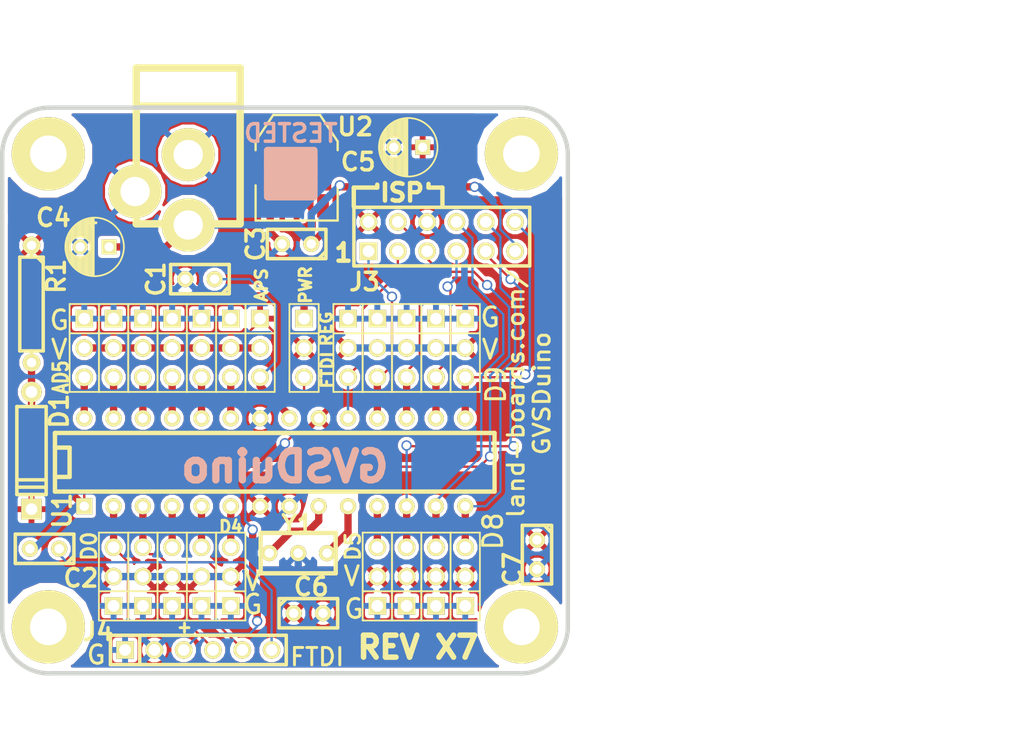
<source format=kicad_pcb>
(kicad_pcb (version 4) (host pcbnew "(after 2015-mar-04 BZR unknown)-product")
  (title_block (date "19 aug 2014"))
  (layers (0 Front signal) (31 Back signal) (36 B.SilkS user hide) (37 F.SilkS user) (38 B.Mask user) (39 F.Mask user) (44 Edge.Cuts user))
  (net 0 "")
  (net 1 +5V)
  (net 2 /AD0)
  (net 3 /AD1)
  (net 4 /AD2)
  (net 5 /AD3)
  (net 6 /AD4)
  (net 7 /AD5)
  (net 8 /AREF)
  (net 9 /D0)
  (net 10 /D1)
  (net 11 /D10)
  (net 12 /D11)
  (net 13 /D12)
  (net 14 /D13)
  (net 15 /D2)
  (net 16 /D3)
  (net 17 /D4)
  (net 18 /D5)
  (net 19 /D6)
  (net 20 /D7)
  (net 21 /D8)
  (net 22 /D9)
  (net 23 /RES0)
  (net 24 /RES1)
  (net 25 /RESET)
  (net 26 /VIN)
  (net 27 /VREG)
  (net 28 GND)
  (net 29 /FTDIRES)
  (net 30 "Net-(J1-Pad3)")
  (net 31 "Net-(K1-Pad2)")
  (module SOT223 (layer Front) (at 115.518 55.212)
    (fp_text reference U2 (at 5.08 -3.556) (layer F.SilkS) (effects (font (thickness 0.3048))))
    (fp_text value AP1117 hide)
    (pad 4 smd rect (at 0 -3.302) (size 3.6576 2.032) (layers Front F.Mask) (net 27 /VREG))
    (pad 2 smd rect (at 0 3.302) (size 1.016 2.032) (layers Front F.Mask) (net 27 /VREG))
    (pad 3 smd rect (at 2.286 3.302) (size 1.016 2.032) (layers Front F.Mask) (net 26 /VIN))
    (pad 1 smd rect (at -2.286 3.302) (size 1.016 2.032) (layers Front F.Mask) (net 28 GND))
  )
  (module C1 (layer Front) (at 115.518 61.816 180)
    (fp_text reference C3 (at 3.556 0 270) (layer F.SilkS) (effects (font (thickness 0.3048))))
    (fp_text value 0.1uF hide)
    (pad 1 thru_hole circle (at -1.27 0 180) (size 1.397 1.397) (drill 0.8128) (layers *.Cu *.Mask F.SilkS) (net 26 /VIN))
    (pad 2 thru_hole circle (at 1.27 0 180) (size 1.397 1.397) (drill 0.8128) (layers *.Cu *.Mask F.SilkS) (net 28 GND))
  )
  (module C1 (layer Front) (at 93.674 88.232 180)
    (fp_text reference C2 (at -3.144 -2.542 180) (layer F.SilkS) (effects (font (thickness 0.3048))))
    (fp_text value 0.1uF hide)
    (pad 1 thru_hole circle (at -1.27 0 180) (size 1.397 1.397) (drill 0.8128) (layers *.Cu *.Mask F.SilkS) (net 29 /FTDIRES))
    (pad 2 thru_hole circle (at 1.27 0 180) (size 1.397 1.397) (drill 0.8128) (layers *.Cu *.Mask F.SilkS) (net 25 /RESET))
  )
  (module C1 (layer Front) (at 107.136 64.864 180)
    (fp_text reference C1 (at 3.81 0 270) (layer F.SilkS) (effects (font (thickness 0.3048))))
    (fp_text value 0.1uF hide)
    (pad 1 thru_hole circle (at -1.27 0 180) (size 1.397 1.397) (drill 0.8128) (layers *.Cu *.Mask F.SilkS) (net 8 /AREF))
    (pad 2 thru_hole circle (at 1.27 0 180) (size 1.397 1.397) (drill 0.8128) (layers *.Cu *.Mask F.SilkS) (net 28 GND))
  )
  (module DIP-28__300 (layer Front) (at 113.622 80.734)
    (fp_text reference U1 (at -18.424 4.196 90) (layer F.SilkS) (effects (font (thickness 0.3048))))
    (fp_text value ATMEGA328-PU hide)
    (pad 2 thru_hole circle (at -13.97 3.81) (size 1.397 1.397) (drill 0.8128) (layers *.Cu *.Mask F.SilkS) (net 9 /D0))
    (pad 3 thru_hole circle (at -11.43 3.81) (size 1.397 1.397) (drill 0.8128) (layers *.Cu *.Mask F.SilkS) (net 10 /D1))
    (pad 4 thru_hole circle (at -8.89 3.81) (size 1.397 1.397) (drill 0.8128) (layers *.Cu *.Mask F.SilkS) (net 15 /D2))
    (pad 5 thru_hole circle (at -6.35 3.81) (size 1.397 1.397) (drill 0.8128) (layers *.Cu *.Mask F.SilkS) (net 16 /D3))
    (pad 6 thru_hole circle (at -3.81 3.81) (size 1.397 1.397) (drill 0.8128) (layers *.Cu *.Mask F.SilkS) (net 17 /D4))
    (pad 7 thru_hole circle (at -1.27 3.81) (size 1.397 1.397) (drill 0.8128) (layers *.Cu *.Mask F.SilkS) (net 1 +5V))
    (pad 8 thru_hole circle (at 1.27 3.81) (size 1.397 1.397) (drill 0.8128) (layers *.Cu *.Mask F.SilkS) (net 28 GND))
    (pad 9 thru_hole circle (at 3.81 3.81) (size 1.397 1.397) (drill 0.8128) (layers *.Cu *.Mask F.SilkS) (net 23 /RES0))
    (pad 10 thru_hole circle (at 6.35 3.81) (size 1.397 1.397) (drill 0.8128) (layers *.Cu *.Mask F.SilkS) (net 24 /RES1))
    (pad 11 thru_hole circle (at 8.89 3.81) (size 1.397 1.397) (drill 0.8128) (layers *.Cu *.Mask F.SilkS) (net 18 /D5))
    (pad 12 thru_hole circle (at 11.43 3.81) (size 1.397 1.397) (drill 0.8128) (layers *.Cu *.Mask F.SilkS) (net 19 /D6))
    (pad 13 thru_hole circle (at 13.97 3.81) (size 1.397 1.397) (drill 0.8128) (layers *.Cu *.Mask F.SilkS) (net 20 /D7))
    (pad 14 thru_hole circle (at 16.51 3.81) (size 1.397 1.397) (drill 0.8128) (layers *.Cu *.Mask F.SilkS) (net 21 /D8))
    (pad 1 thru_hole rect (at -16.51 3.81) (size 1.397 1.397) (drill 0.8128) (layers *.Cu *.Mask F.SilkS) (net 25 /RESET))
    (pad 15 thru_hole circle (at 16.51 -3.81) (size 1.397 1.397) (drill 0.8128) (layers *.Cu *.Mask F.SilkS) (net 22 /D9))
    (pad 16 thru_hole circle (at 13.97 -3.81) (size 1.397 1.397) (drill 0.8128) (layers *.Cu *.Mask F.SilkS) (net 11 /D10))
    (pad 17 thru_hole circle (at 11.43 -3.81) (size 1.397 1.397) (drill 0.8128) (layers *.Cu *.Mask F.SilkS) (net 12 /D11))
    (pad 18 thru_hole circle (at 8.89 -3.81) (size 1.397 1.397) (drill 0.8128) (layers *.Cu *.Mask F.SilkS) (net 13 /D12))
    (pad 19 thru_hole circle (at 6.35 -3.81) (size 1.397 1.397) (drill 0.8128) (layers *.Cu *.Mask F.SilkS) (net 14 /D13))
    (pad 20 thru_hole circle (at 3.81 -3.81) (size 1.397 1.397) (drill 0.8128) (layers *.Cu *.Mask F.SilkS) (net 1 +5V))
    (pad 21 thru_hole circle (at 1.27 -3.81) (size 1.397 1.397) (drill 0.8128) (layers *.Cu *.Mask F.SilkS) (net 8 /AREF))
    (pad 22 thru_hole circle (at -1.27 -3.81) (size 1.397 1.397) (drill 0.8128) (layers *.Cu *.Mask F.SilkS) (net 28 GND))
    (pad 23 thru_hole circle (at -3.81 -3.81) (size 1.397 1.397) (drill 0.8128) (layers *.Cu *.Mask F.SilkS) (net 2 /AD0))
    (pad 24 thru_hole circle (at -6.35 -3.81) (size 1.397 1.397) (drill 0.8128) (layers *.Cu *.Mask F.SilkS) (net 3 /AD1))
    (pad 25 thru_hole circle (at -8.89 -3.81) (size 1.397 1.397) (drill 0.8128) (layers *.Cu *.Mask F.SilkS) (net 4 /AD2))
    (pad 26 thru_hole circle (at -11.43 -3.81) (size 1.397 1.397) (drill 0.8128) (layers *.Cu *.Mask F.SilkS) (net 5 /AD3))
    (pad 27 thru_hole circle (at -13.97 -3.81) (size 1.397 1.397) (drill 0.8128) (layers *.Cu *.Mask F.SilkS) (net 6 /AD4))
    (pad 28 thru_hole circle (at -16.51 -3.81) (size 1.397 1.397) (drill 0.8128) (layers *.Cu *.Mask F.SilkS) (net 7 /AD5))
  )
  (module PIN_ARRAY-6X1 (layer Front) (at 107 97)
    (fp_text reference J4 (at -8.7 -1.6) (layer F.SilkS) (effects (font (thickness 0.3048))))
    (fp_text value CONN_6 hide)
    (pad 1 thru_hole rect (at -6.35 0) (size 1.524 1.524) (drill 1.016) (layers *.Cu *.Mask F.SilkS) (net 28 GND))
    (pad 2 thru_hole circle (at -3.81 0) (size 1.524 1.524) (drill 1.016) (layers *.Cu *.Mask F.SilkS) (net 28 GND))
    (pad 3 thru_hole circle (at -1.27 0) (size 1.524 1.524) (drill 1.016) (layers *.Cu *.Mask F.SilkS) (net 30 "Net-(J1-Pad3)"))
    (pad 4 thru_hole circle (at 1.27 0) (size 1.524 1.524) (drill 1.016) (layers *.Cu *.Mask F.SilkS) (net 9 /D0))
    (pad 5 thru_hole circle (at 3.81 0) (size 1.524 1.524) (drill 1.016) (layers *.Cu *.Mask F.SilkS) (net 10 /D1))
    (pad 6 thru_hole circle (at 6.35 0) (size 1.524 1.524) (drill 1.016) (layers *.Cu *.Mask F.SilkS) (net 29 /FTDIRES))
  )
  (module PIN_ARRAY_3X1 (layer Front) (at 109.812 90.64 90)
    (fp_text reference K11 hide)
    (fp_text value CONN_3 hide)
    (pad 1 thru_hole rect (at -2.54 0 90) (size 1.524 1.524) (drill 1.016) (layers *.Cu *.Mask F.SilkS) (net 28 GND))
    (pad 2 thru_hole circle (at 0 0 90) (size 1.524 1.524) (drill 1.016) (layers *.Cu *.Mask F.SilkS) (net 1 +5V))
    (pad 3 thru_hole circle (at 2.54 0 90) (size 1.524 1.524) (drill 1.016) (layers *.Cu *.Mask F.SilkS) (net 17 /D4))
  )
  (module PIN_ARRAY_3X1 (layer Front) (at 119.972 70.828 270)
    (fp_text reference K20 hide)
    (fp_text value CONN_3 hide)
    (pad 1 thru_hole rect (at -2.54 0 270) (size 1.524 1.524) (drill 1.016) (layers *.Cu *.Mask F.SilkS) (net 28 GND))
    (pad 2 thru_hole circle (at 0 0 270) (size 1.524 1.524) (drill 1.016) (layers *.Cu *.Mask F.SilkS) (net 1 +5V))
    (pad 3 thru_hole circle (at 2.54 0 270) (size 1.524 1.524) (drill 1.016) (layers *.Cu *.Mask F.SilkS) (net 14 /D13))
  )
  (module PIN_ARRAY_3X1 (layer Front) (at 122.512 70.828 270)
    (fp_text reference K19 hide)
    (fp_text value CONN_3 hide)
    (pad 1 thru_hole rect (at -2.54 0 270) (size 1.524 1.524) (drill 1.016) (layers *.Cu *.Mask F.SilkS) (net 28 GND))
    (pad 2 thru_hole circle (at 0 0 270) (size 1.524 1.524) (drill 1.016) (layers *.Cu *.Mask F.SilkS) (net 1 +5V))
    (pad 3 thru_hole circle (at 2.54 0 270) (size 1.524 1.524) (drill 1.016) (layers *.Cu *.Mask F.SilkS) (net 13 /D12))
  )
  (module PIN_ARRAY_3X1 (layer Front) (at 125.052 70.828 270)
    (fp_text reference K18 hide)
    (fp_text value CONN_3 hide)
    (pad 1 thru_hole rect (at -2.54 0 270) (size 1.524 1.524) (drill 1.016) (layers *.Cu *.Mask F.SilkS) (net 28 GND))
    (pad 2 thru_hole circle (at 0 0 270) (size 1.524 1.524) (drill 1.016) (layers *.Cu *.Mask F.SilkS) (net 1 +5V))
    (pad 3 thru_hole circle (at 2.54 0 270) (size 1.524 1.524) (drill 1.016) (layers *.Cu *.Mask F.SilkS) (net 12 /D11))
  )
  (module PIN_ARRAY_3X1 (layer Front) (at 127.592 70.828 270)
    (fp_text reference K17 hide)
    (fp_text value CONN_3 hide)
    (pad 1 thru_hole rect (at -2.54 0 270) (size 1.524 1.524) (drill 1.016) (layers *.Cu *.Mask F.SilkS) (net 28 GND))
    (pad 2 thru_hole circle (at 0 0 270) (size 1.524 1.524) (drill 1.016) (layers *.Cu *.Mask F.SilkS) (net 1 +5V))
    (pad 3 thru_hole circle (at 2.54 0 270) (size 1.524 1.524) (drill 1.016) (layers *.Cu *.Mask F.SilkS) (net 11 /D10))
  )
  (module PIN_ARRAY_3X1 (layer Front) (at 130.132 70.828 270)
    (fp_text reference K16 hide)
    (fp_text value CONN_3 hide)
    (pad 1 thru_hole rect (at -2.54 0 270) (size 1.524 1.524) (drill 1.016) (layers *.Cu *.Mask F.SilkS) (net 28 GND))
    (pad 2 thru_hole circle (at 0 0 270) (size 1.524 1.524) (drill 1.016) (layers *.Cu *.Mask F.SilkS) (net 1 +5V))
    (pad 3 thru_hole circle (at 2.54 0 270) (size 1.524 1.524) (drill 1.016) (layers *.Cu *.Mask F.SilkS) (net 22 /D9))
  )
  (module PIN_ARRAY_3X1 (layer Front) (at 130.132 90.64 90)
    (fp_text reference K15 hide)
    (fp_text value CONN_3 hide)
    (pad 1 thru_hole rect (at -2.54 0 90) (size 1.524 1.524) (drill 1.016) (layers *.Cu *.Mask F.SilkS) (net 28 GND))
    (pad 2 thru_hole circle (at 0 0 90) (size 1.524 1.524) (drill 1.016) (layers *.Cu *.Mask F.SilkS) (net 1 +5V))
    (pad 3 thru_hole circle (at 2.54 0 90) (size 1.524 1.524) (drill 1.016) (layers *.Cu *.Mask F.SilkS) (net 21 /D8))
  )
  (module PIN_ARRAY_3X1 (layer Front) (at 127.592 90.64 90)
    (fp_text reference K14 hide)
    (fp_text value CONN_3 hide)
    (pad 1 thru_hole rect (at -2.54 0 90) (size 1.524 1.524) (drill 1.016) (layers *.Cu *.Mask F.SilkS) (net 28 GND))
    (pad 2 thru_hole circle (at 0 0 90) (size 1.524 1.524) (drill 1.016) (layers *.Cu *.Mask F.SilkS) (net 1 +5V))
    (pad 3 thru_hole circle (at 2.54 0 90) (size 1.524 1.524) (drill 1.016) (layers *.Cu *.Mask F.SilkS) (net 20 /D7))
  )
  (module PIN_ARRAY_3X1 (layer Front) (at 125.052 90.64 90)
    (fp_text reference K13 hide)
    (fp_text value CONN_3 hide)
    (pad 1 thru_hole rect (at -2.54 0 90) (size 1.524 1.524) (drill 1.016) (layers *.Cu *.Mask F.SilkS) (net 28 GND))
    (pad 2 thru_hole circle (at 0 0 90) (size 1.524 1.524) (drill 1.016) (layers *.Cu *.Mask F.SilkS) (net 1 +5V))
    (pad 3 thru_hole circle (at 2.54 0 90) (size 1.524 1.524) (drill 1.016) (layers *.Cu *.Mask F.SilkS) (net 19 /D6))
  )
  (module PIN_ARRAY_3X1 (layer Front) (at 122.512 90.64 90)
    (fp_text reference K12 hide)
    (fp_text value CONN_3 hide)
    (pad 1 thru_hole rect (at -2.54 0 90) (size 1.524 1.524) (drill 1.016) (layers *.Cu *.Mask F.SilkS) (net 28 GND))
    (pad 2 thru_hole circle (at 0 0 90) (size 1.524 1.524) (drill 1.016) (layers *.Cu *.Mask F.SilkS) (net 1 +5V))
    (pad 3 thru_hole circle (at 2.54 0 90) (size 1.524 1.524) (drill 1.016) (layers *.Cu *.Mask F.SilkS) (net 18 /D5))
  )
  (module PIN_ARRAY_3X1 (layer Front) (at 109.812 70.828 270)
    (fp_text reference K1 hide)
    (fp_text value CONN_3 hide)
    (pad 1 thru_hole rect (at -2.54 0 270) (size 1.524 1.524) (drill 1.016) (layers *.Cu *.Mask F.SilkS) (net 28 GND))
    (pad 2 thru_hole circle (at 0 0 270) (size 1.524 1.524) (drill 1.016) (layers *.Cu *.Mask F.SilkS) (net 31 "Net-(K1-Pad2)"))
    (pad 3 thru_hole circle (at 2.54 0 270) (size 1.524 1.524) (drill 1.016) (layers *.Cu *.Mask F.SilkS) (net 2 /AD0))
  )
  (module PIN_ARRAY_3X1 (layer Front) (at 107.272 90.64 90)
    (fp_text reference K10 hide)
    (fp_text value CONN_3 hide)
    (pad 1 thru_hole rect (at -2.54 0 90) (size 1.524 1.524) (drill 1.016) (layers *.Cu *.Mask F.SilkS) (net 28 GND))
    (pad 2 thru_hole circle (at 0 0 90) (size 1.524 1.524) (drill 1.016) (layers *.Cu *.Mask F.SilkS) (net 1 +5V))
    (pad 3 thru_hole circle (at 2.54 0 90) (size 1.524 1.524) (drill 1.016) (layers *.Cu *.Mask F.SilkS) (net 16 /D3))
  )
  (module PIN_ARRAY_3X1 (layer Front) (at 104.732 90.64 90)
    (fp_text reference K9 hide)
    (fp_text value CONN_3 hide)
    (pad 1 thru_hole rect (at -2.54 0 90) (size 1.524 1.524) (drill 1.016) (layers *.Cu *.Mask F.SilkS) (net 28 GND))
    (pad 2 thru_hole circle (at 0 0 90) (size 1.524 1.524) (drill 1.016) (layers *.Cu *.Mask F.SilkS) (net 1 +5V))
    (pad 3 thru_hole circle (at 2.54 0 90) (size 1.524 1.524) (drill 1.016) (layers *.Cu *.Mask F.SilkS) (net 15 /D2))
  )
  (module PIN_ARRAY_3X1 (layer Front) (at 102.192 90.64 90)
    (fp_text reference K8 hide)
    (fp_text value CONN_3 hide)
    (pad 1 thru_hole rect (at -2.54 0 90) (size 1.524 1.524) (drill 1.016) (layers *.Cu *.Mask F.SilkS) (net 28 GND))
    (pad 2 thru_hole circle (at 0 0 90) (size 1.524 1.524) (drill 1.016) (layers *.Cu *.Mask F.SilkS) (net 1 +5V))
    (pad 3 thru_hole circle (at 2.54 0 90) (size 1.524 1.524) (drill 1.016) (layers *.Cu *.Mask F.SilkS) (net 10 /D1))
  )
  (module PIN_ARRAY_3X1 (layer Front) (at 99.652 90.64 90)
    (fp_text reference K7 hide)
    (fp_text value CONN_3 hide)
    (pad 1 thru_hole rect (at -2.54 0 90) (size 1.524 1.524) (drill 1.016) (layers *.Cu *.Mask F.SilkS) (net 28 GND))
    (pad 2 thru_hole circle (at 0 0 90) (size 1.524 1.524) (drill 1.016) (layers *.Cu *.Mask F.SilkS) (net 1 +5V))
    (pad 3 thru_hole circle (at 2.54 0 90) (size 1.524 1.524) (drill 1.016) (layers *.Cu *.Mask F.SilkS) (net 9 /D0))
  )
  (module PIN_ARRAY_3X1 (layer Front) (at 97.112 70.828 270)
    (fp_text reference K6 hide)
    (fp_text value CONN_3 hide)
    (pad 1 thru_hole rect (at -2.54 0 270) (size 1.524 1.524) (drill 1.016) (layers *.Cu *.Mask F.SilkS) (net 28 GND))
    (pad 2 thru_hole circle (at 0 0 270) (size 1.524 1.524) (drill 1.016) (layers *.Cu *.Mask F.SilkS) (net 31 "Net-(K1-Pad2)"))
    (pad 3 thru_hole circle (at 2.54 0 270) (size 1.524 1.524) (drill 1.016) (layers *.Cu *.Mask F.SilkS) (net 7 /AD5))
  )
  (module PIN_ARRAY_3X1 (layer Front) (at 99.652 70.828 270)
    (fp_text reference K5 hide)
    (fp_text value CONN_3 hide)
    (pad 1 thru_hole rect (at -2.54 0 270) (size 1.524 1.524) (drill 1.016) (layers *.Cu *.Mask F.SilkS) (net 28 GND))
    (pad 2 thru_hole circle (at 0 0 270) (size 1.524 1.524) (drill 1.016) (layers *.Cu *.Mask F.SilkS) (net 31 "Net-(K1-Pad2)"))
    (pad 3 thru_hole circle (at 2.54 0 270) (size 1.524 1.524) (drill 1.016) (layers *.Cu *.Mask F.SilkS) (net 6 /AD4))
  )
  (module PIN_ARRAY_3X1 (layer Front) (at 102.192 70.828 270)
    (fp_text reference K4 hide)
    (fp_text value CONN_3 hide)
    (pad 1 thru_hole rect (at -2.54 0 270) (size 1.524 1.524) (drill 1.016) (layers *.Cu *.Mask F.SilkS) (net 28 GND))
    (pad 2 thru_hole circle (at 0 0 270) (size 1.524 1.524) (drill 1.016) (layers *.Cu *.Mask F.SilkS) (net 31 "Net-(K1-Pad2)"))
    (pad 3 thru_hole circle (at 2.54 0 270) (size 1.524 1.524) (drill 1.016) (layers *.Cu *.Mask F.SilkS) (net 5 /AD3))
  )
  (module PIN_ARRAY_3X1 (layer Front) (at 104.732 70.828 270)
    (fp_text reference K3 hide)
    (fp_text value CONN_3 hide)
    (pad 1 thru_hole rect (at -2.54 0 270) (size 1.524 1.524) (drill 1.016) (layers *.Cu *.Mask F.SilkS) (net 28 GND))
    (pad 2 thru_hole circle (at 0 0 270) (size 1.524 1.524) (drill 1.016) (layers *.Cu *.Mask F.SilkS) (net 31 "Net-(K1-Pad2)"))
    (pad 3 thru_hole circle (at 2.54 0 270) (size 1.524 1.524) (drill 1.016) (layers *.Cu *.Mask F.SilkS) (net 4 /AD2))
  )
  (module PIN_ARRAY_3X1 (layer Front) (at 107.272 70.828 270)
    (fp_text reference K2 hide)
    (fp_text value CONN_3 hide)
    (pad 1 thru_hole rect (at -2.54 0 270) (size 1.524 1.524) (drill 1.016) (layers *.Cu *.Mask F.SilkS) (net 28 GND))
    (pad 2 thru_hole circle (at 0 0 270) (size 1.524 1.524) (drill 1.016) (layers *.Cu *.Mask F.SilkS) (net 31 "Net-(K1-Pad2)"))
    (pad 3 thru_hole circle (at 2.54 0 270) (size 1.524 1.524) (drill 1.016) (layers *.Cu *.Mask F.SilkS) (net 3 /AD1))
  )
  (module D4 (layer Front) (at 92.54 79.718 270)
    (fp_text reference D1 (at -3.424 -2.404 270) (layer F.SilkS) (effects (font (thickness 0.3048))))
    (fp_text value 1N4004 hide)
    (pad 1 thru_hole circle (at -5.08 0 270) (size 1.778 1.778) (drill 1.016) (layers *.Cu *.Mask F.SilkS) (net 25 /RESET))
    (pad 2 thru_hole rect (at 5.08 0 270) (size 1.778 1.778) (drill 1.016) (layers *.Cu *.Mask F.SilkS) (net 1 +5V))
  )
  (module R4 (layer Front) (at 92.54 67.018 270)
    (fp_text reference R1 (at -2.408 -2.15 270) (layer F.SilkS) (effects (font (thickness 0.3048))))
    (fp_text value 10K hide)
    (pad 1 thru_hole circle (at -5.08 0 270) (size 1.524 1.524) (drill 0.8128) (layers *.Cu *.Mask F.SilkS) (net 1 +5V))
    (pad 2 thru_hole circle (at 5.08 0 270) (size 1.524 1.524) (drill 0.8128) (layers *.Cu *.Mask F.SilkS) (net 25 /RESET))
  )
  (module PIN_ARRAY_3X1 (layer Front) (at 112.352 70.828 270)
    (fp_text reference K21 hide)
    (fp_text value CONN_3 hide)
    (pad 1 thru_hole rect (at -2.54 0 270) (size 1.524 1.524) (drill 1.016) (layers *.Cu *.Mask F.SilkS) (net 1 +5V))
    (pad 2 thru_hole circle (at 0 0 270) (size 1.524 1.524) (drill 1.016) (layers *.Cu *.Mask F.SilkS) (net 31 "Net-(K1-Pad2)"))
    (pad 3 thru_hole circle (at 2.54 0 270) (size 1.524 1.524) (drill 1.016) (layers *.Cu *.Mask F.SilkS) (net 8 /AREF))
  )
  (module PIN_ARRAY_3X1 (layer Front) (at 116.162 70.828 270)
    (fp_text reference J1 hide)
    (fp_text value CONN_3 hide)
    (pad 1 thru_hole rect (at -2.54 0 270) (size 1.524 1.524) (drill 1.016) (layers *.Cu *.Mask F.SilkS) (net 27 /VREG))
    (pad 2 thru_hole circle (at 0 0 270) (size 1.524 1.524) (drill 1.016) (layers *.Cu *.Mask F.SilkS) (net 1 +5V))
    (pad 3 thru_hole circle (at 2.54 0 270) (size 1.524 1.524) (drill 1.016) (layers *.Cu *.Mask F.SilkS) (net 30 "Net-(J1-Pad3)"))
  )
  (module RESON_3PIN (layer Front) (at 115.654 88.608 270)
    (fp_text reference Y1 (at -2.49936 0.0508 360) (layer F.SilkS) (effects (font (thickness 0.3048))))
    (fp_text value 16MHz hide)
    (pad 3 thru_hole circle (at 0 -2.49936) (size 1.397 1.397) (drill 0.8128) (layers *.Cu *.Mask F.SilkS) (net 24 /RES1))
    (pad 1 thru_hole circle (at 0 2.49936) (size 1.397 1.397) (drill 0.8128) (layers *.Cu *.Mask F.SilkS) (net 23 /RES0))
    (pad 2 thru_hole circle (at 0 0) (size 1.397 1.397) (drill 0.8128) (layers *.Cu *.Mask F.SilkS) (net 28 GND))
  )
  (module pin_array_6x2 (layer Front) (at 128.1 61.176)
    (fp_text reference J3 (at -6.7 3.924) (layer F.SilkS) (effects (font (thickness 0.3048))))
    (fp_text value CONN_6X2 hide)
    (pad 1 thru_hole rect (at -6.35 1.27) (size 1.524 1.524) (drill 1.016) (layers *.Cu *.Mask F.SilkS) (net 13 /D12))
    (pad 2 thru_hole circle (at -6.35 -1.27) (size 1.524 1.524) (drill 1.016) (layers *.Cu *.Mask F.SilkS) (net 1 +5V))
    (pad 3 thru_hole circle (at -3.81 1.27) (size 1.524 1.524) (drill 1.016) (layers *.Cu *.Mask F.SilkS) (net 14 /D13))
    (pad 4 thru_hole circle (at -3.81 -1.27) (size 1.524 1.524) (drill 1.016) (layers *.Cu *.Mask F.SilkS) (net 12 /D11))
    (pad 5 thru_hole circle (at -1.27 1.27) (size 1.524 1.524) (drill 1.016) (layers *.Cu *.Mask F.SilkS) (net 25 /RESET))
    (pad 6 thru_hole circle (at -1.27 -1.27) (size 1.524 1.524) (drill 1.016) (layers *.Cu *.Mask F.SilkS) (net 28 GND))
    (pad 7 thru_hole circle (at 1.27 1.27) (size 1.524 1.524) (drill 1.016) (layers *.Cu *.Mask F.SilkS) (net 11 /D10))
    (pad 8 thru_hole circle (at 1.27 -1.27) (size 1.524 1.524) (drill 1.016) (layers *.Cu *.Mask F.SilkS) (net 20 /D7))
    (pad 9 thru_hole circle (at 3.81 1.27) (size 1.524 1.524) (drill 1.016) (layers *.Cu *.Mask F.SilkS) (net 19 /D6))
    (pad 10 thru_hole circle (at 3.81 -1.27) (size 1.524 1.524) (drill 1.016) (layers *.Cu *.Mask F.SilkS) (net 21 /D8))
    (pad 11 thru_hole circle (at 6.35 1.27) (size 1.524 1.524) (drill 1.016) (layers *.Cu *.Mask F.SilkS) (net 26 /VIN))
    (pad 12 thru_hole circle (at 6.35 -1.27) (size 1.524 1.524) (drill 1.016) (layers *.Cu *.Mask F.SilkS) (net 22 /D9))
  )
  (module C1 (layer Front) (at 116.534 93.82)
    (fp_text reference C6 (at 0.254 -2.286) (layer F.SilkS) (effects (font (thickness 0.3048))))
    (fp_text value 0.1uF hide)
    (pad 1 thru_hole circle (at -1.27 0) (size 1.397 1.397) (drill 0.8128) (layers *.Cu *.Mask F.SilkS) (net 1 +5V))
    (pad 2 thru_hole circle (at 1.27 0) (size 1.397 1.397) (drill 0.8128) (layers *.Cu *.Mask F.SilkS) (net 28 GND))
  )
  (module C1 (layer Front) (at 136.346 88.74 270)
    (fp_text reference C7 (at 1.27 2.0955 270) (layer F.SilkS) (effects (font (thickness 0.3048))))
    (fp_text value 0.1uF hide)
    (pad 1 thru_hole circle (at -1.27 0 270) (size 1.397 1.397) (drill 0.8128) (layers *.Cu *.Mask F.SilkS) (net 1 +5V))
    (pad 2 thru_hole circle (at 1.27 0 270) (size 1.397 1.397) (drill 0.8128) (layers *.Cu *.Mask F.SilkS) (net 28 GND))
  )
  (module MTG-4-40 (layer Front) (at 94 54)
    (fp_text reference MTG1 hide)
    (fp_text value CONN_1 hide)
    (pad 1 thru_hole circle (at 0 0) (size 6.35 6.35) (drill 3.175) (layers *.Cu *.Mask F.SilkS) (clearance 0.635))
  )
  (module MTG-4-40 (layer Front) (at 135 54)
    (fp_text reference MTG2 hide)
    (fp_text value CONN_1 hide)
    (pad 1 thru_hole circle (at 0 0) (size 6.35 6.35) (drill 3.175) (layers *.Cu *.Mask F.SilkS) (clearance 0.635))
  )
  (module MTG-4-40 (layer Front) (at 135 95)
    (fp_text reference MTG4 hide)
    (fp_text value CONN_1 hide)
    (pad 1 thru_hole circle (at 0 0) (size 6.35 6.35) (drill 3.175) (layers *.Cu *.Mask F.SilkS) (clearance 0.635))
  )
  (module MTG-4-40 (layer Front) (at 94 95)
    (fp_text reference MTG3 hide)
    (fp_text value CONN_1 hide)
    (pad 1 thru_hole circle (at 0 0) (size 6.35 6.35) (drill 3.175) (layers *.Cu *.Mask F.SilkS) (clearance 0.635))
  )
  (module DougsNewMods:TEST_BLK-REAR (layer Front) (at 115.01 55.72)
    (fp_text reference TESTED (at 0 -3.5) (layer B.SilkS) (effects (font (thickness 0.3048)) (justify mirror)))
    (fp_text value VAL** hide)
  )
  (module Capacitors_ThroughHole:C_Radial_D5_L11_P2.5 (layer Front) (at 99.262 62.07 180)
    (fp_text reference C4 (at 4.826 2.54 180) (layer F.SilkS) (effects (font (thickness 0.3048))))
    (fp_text value CP1 hide)
    (pad 1 thru_hole rect (at 0 0 180) (size 1.3 1.3) (drill 0.8) (layers *.Cu *.Mask F.SilkS) (net 26 /VIN))
    (pad 2 thru_hole circle (at 2.5 0 180) (size 1.3 1.3) (drill 0.8) (layers *.Cu *.Mask F.SilkS) (net 28 GND))
  )
  (module Capacitors_ThroughHole:C_Radial_D5_L11_P2.5 (layer Front) (at 126.44 53.434 180)
    (fp_text reference C5 (at 5.588 -1.27 180) (layer F.SilkS) (effects (font (thickness 0.3048))))
    (fp_text value CP1 hide)
    (pad 1 thru_hole rect (at 0 0 180) (size 1.3 1.3) (drill 0.8) (layers *.Cu *.Mask F.SilkS) (net 27 /VREG))
    (pad 2 thru_hole circle (at 2.5 0 180) (size 1.3 1.3) (drill 0.8) (layers *.Cu *.Mask F.SilkS) (net 28 GND))
  )
  (module DougsNewMods:DCJ-NEW (layer Front) (at 106.12 54.069 270)
    (fp_text reference J2 hide)
    (fp_text value DCJ0202 hide)
    (pad 2 thru_hole circle (at 0 0 270) (size 4.6 4.6) (drill 2.54) (layers *.Cu *.Mask F.SilkS) (net 28 GND))
    (pad 1 thru_hole circle (at 6.1 0 270) (size 4.6 4.6) (drill 2.54) (layers *.Cu *.Mask F.SilkS) (net 26 /VIN))
    (pad 3 thru_hole circle (at 3.2 4.6 270) (size 4.6 4.6) (drill 2.54) (layers *.Cu *.Mask F.SilkS) (net 28 GND))
  )
  (gr_text V (at 111.708 91.026) (layer F.SilkS) (effects (font (size 1.651 1.651) (thickness 0.254))))
  (gr_text G (at 111.708 93.058) (layer F.SilkS) (effects (font (size 1.651 1.651) (thickness 0.254))))
  (gr_text V (at 94.944 70.96) (layer F.SilkS) (effects (font (size 1.651 1.651) (thickness 0.254))))
  (gr_text G (at 94.944 68.42) (layer F.SilkS) (effects (font (size 1.651 1.651) (thickness 0.254))))
  (gr_text V (at 132.282 70.96) (layer F.SilkS) (effects (font (size 1.651 1.651) (thickness 0.254))))
  (gr_text G (at 132.282 68.166) (layer F.SilkS) (effects (font (size 1.651 1.651) (thickness 0.254))))
  (gr_text PWR (at 116.289 65.367 90) (layer F.SilkS) (effects (font (size 1.016 1.016) (thickness 0.254))))
  (gr_text 1 (at 119.582 62.578) (layer F.SilkS) (effects (font (thickness 0.381))))
  (gr_line (start 122.503 56.736) (end 122.503 56.6725) (angle 90) (layer F.SilkS) (width 0.381))
  (gr_line (start 126.948 56.9265) (end 126.948 56.609) (angle 90) (layer F.SilkS) (width 0.381))
  (gr_line (start 128.1545 56.9265) (end 126.948 56.9265) (angle 90) (layer F.SilkS) (width 0.381))
  (gr_line (start 128.1545 58.5775) (end 128.1545 56.9265) (angle 90) (layer F.SilkS) (width 0.381))
  (gr_line (start 122.503 56.9265) (end 122.503 56.7995) (angle 90) (layer F.SilkS) (width 0.381))
  (gr_line (start 120.471 56.9265) (end 122.503 56.9265) (angle 90) (layer F.SilkS) (width 0.381))
  (gr_line (start 120.471 58.5775) (end 120.471 56.9265) (angle 90) (layer F.SilkS) (width 0.381))
  (gr_text APS (at 112.47 65.372 90) (layer F.SilkS) (effects (font (size 1.016 1.016) (thickness 0.254))))
  (gr_text GVSDuino (at 114.502 81.12) (layer B.SilkS) (effects (font (size 2.54 2.54) (thickness 0.635)) (justify mirror)))
  (gr_text "REV X7" (at 126.0336 96.7664) (layer F.SilkS) (effects (font (size 1.905 1.905) (thickness 0.47625))))
  (gr_text ISP (at 124.662 57.371) (layer F.SilkS) (effects (font (thickness 0.381))))
  (gr_text + (at 97.738 59.911) (layer F.SilkS) (effects (font (size 1.016 1.016) (thickness 0.254))))
  (gr_text V (at 120.3 90.6) (layer F.SilkS) (effects (font (size 1.651 1.651) (thickness 0.254))))
  (gr_text D8 (at 132.536 86.708 90) (layer F.SilkS) (effects (font (size 1.651 1.651) (thickness 0.254))))
  (gr_text "land-boards.com/\nGVSDuino" (at 135.6475 74.77 90) (layer F.SilkS) (effects (font (size 1.397 1.524) (thickness 0.254))))
  (gr_text FTDI (at 118.194 72.733 90) (layer F.SilkS) (effects (font (size 1.016 1.016) (thickness 0.254))))
  (gr_text REG (at 118.067 69.177 90) (layer F.SilkS) (effects (font (size 1.016 1.016) (thickness 0.254))))
  (gr_line (start 134.704 99.022) (end 94.318 99.022) (angle 90) (layer Edge.Cuts) (width 0.381))
  (gr_line (start 139.022 54.064) (end 139.022 95.212) (angle 90) (layer Edge.Cuts) (width 0.381))
  (gr_line (start 94.064 50) (end 134.958 50) (angle 90) (layer Edge.Cuts) (width 0.381))
  (gr_line (start 90 95.212) (end 90 54.064) (angle 90) (layer Edge.Cuts) (width 0.381))
  (gr_arc (start 94.064 94.958) (end 94.318 99.022) (angle 90) (layer Edge.Cuts) (width 0.381))
  (gr_arc (start 134.958 94.958) (end 139.022 95.212) (angle 90) (layer Edge.Cuts) (width 0.381))
  (gr_arc (start 134.958 54.064) (end 134.958 50) (angle 90) (layer Edge.Cuts) (width 0.381))
  (gr_arc (start 94.064 54.064) (end 90 54.064) (angle 90) (layer Edge.Cuts) (width 0.381))
  (gr_text D4 (at 109.812 86.322) (layer F.SilkS) (effects (font (size 1.016 1.016) (thickness 0.254))))
  (gr_text G (at 98.1444 97.4268) (layer F.SilkS) (effects (font (size 1.6 1.6) (thickness 0.254))))
  (gr_text D5 (at 120.396 88.011 90) (layer F.SilkS) (effects (font (size 1.27 1.27) (thickness 0.254))))
  (gr_text + (at 105.8 95) (layer F.SilkS) (effects (font (size 1.016 1.016) (thickness 0.254))))
  (gr_text G (at 120.48 93.434) (layer F.SilkS) (effects (font (size 1.651 1.651) (thickness 0.254))))
  (gr_text D0 (at 97.536 88.011 90) (layer F.SilkS) (effects (font (size 1.27 1.27) (thickness 0.254))))
  (gr_text D9 (at 132.79 74.008 90) (layer F.SilkS) (effects (font (size 1.651 1.651) (thickness 0.254))))
  (gr_text AD5 (at 95.08 73.368 90) (layer F.SilkS) (effects (font (size 1.27 1.016) (thickness 0.254))))
  (gr_text FTDI (at 117.296 97.6046) (layer F.SilkS) (effects (font (size 1.5 1.5) (thickness 0.254))))
  (segment (start 112.352 68.288) (end 112.4015 68.288) (width 0.2032) (layer Front) (net 1))
  (segment (start 112.4015 68.288) (end 113.74 69.6265) (width 0.2032) (layer Front) (net 1))
  (segment (start 112.352 68.288) (end 112.352 68.4745) (width 0.2032) (layer Front) (net 1))
  (segment (start 112.352 68.4745) (end 111.2 69.6265) (width 0.2032) (layer Front) (net 1))
  (segment (start 99.652 90.64) (end 102.192 90.64) (width 0.635) (layer Back) (net 1))
  (segment (start 102.192 90.64) (end 104.732 90.64) (width 0.635) (layer Back) (net 1))
  (segment (start 104.732 90.64) (end 107.272 90.64) (width 0.635) (layer Back) (net 1))
  (segment (start 107.272 90.64) (end 109.812 90.64) (width 0.635) (layer Back) (net 1))
  (segment (start 130.132 70.828) (end 127.592 70.828) (width 0.635) (layer Back) (net 1))
  (segment (start 127.592 70.828) (end 125.052 70.828) (width 0.635) (layer Back) (net 1))
  (segment (start 125.052 70.828) (end 122.512 70.828) (width 0.635) (layer Back) (net 1))
  (segment (start 122.512 70.828) (end 119.972 70.828) (width 0.635) (layer Back) (net 1))
  (segment (start 109.812 76.924) (end 109.812 73.368) (width 0.635) (layer Front) (net 2))
  (segment (start 107.272 76.924) (end 107.272 73.368) (width 0.635) (layer Front) (net 3))
  (segment (start 104.732 76.924) (end 104.732 73.368) (width 0.635) (layer Front) (net 4))
  (segment (start 102.192 76.924) (end 102.192 73.368) (width 0.635) (layer Front) (net 5))
  (segment (start 99.652 76.924) (end 99.652 73.368) (width 0.635) (layer Front) (net 6))
  (segment (start 97.112 76.924) (end 97.112 73.368) (width 0.635) (layer Front) (net 7))
  (segment (start 112.352 73.368) (end 112.352 73.364) (width 0.2032) (layer Back) (net 8))
  (segment (start 111.454 64.864) (end 108.406 64.864) (width 0.2032) (layer Back) (net 8))
  (segment (start 113.74 67.15) (end 111.454 64.864) (width 0.2032) (layer Back) (net 8))
  (segment (start 113.74 71.976) (end 113.74 67.15) (width 0.2032) (layer Back) (net 8))
  (segment (start 112.352 73.364) (end 113.74 71.976) (width 0.2032) (layer Back) (net 8))
  (segment (start 114.892 76.924) (end 114.892 76.684) (width 0.635) (layer Front) (net 8))
  (segment (start 112.352 74.144) (end 112.352 73.368) (width 0.635) (layer Front) (net 8))
  (segment (start 114.892 76.684) (end 112.352 74.144) (width 0.635) (layer Front) (net 8))
  (segment (start 99.652 88.1) (end 99.652 84.544) (width 0.635) (layer Front) (net 9))
  (segment (start 108.27 97) (end 108.27 96.87) (width 0.2032) (layer Front) (net 9))
  (segment (start 100.9 89.348) (end 99.652 88.1) (width 0.2032) (layer Front) (net 9))
  (segment (start 100.9 94.4) (end 100.9 89.348) (width 0.2032) (layer Front) (net 9))
  (segment (start 101.7 95.2) (end 100.9 94.4) (width 0.2032) (layer Front) (net 9))
  (segment (start 106.6 95.2) (end 101.7 95.2) (width 0.2032) (layer Front) (net 9))
  (segment (start 108.27 96.87) (end 106.6 95.2) (width 0.2032) (layer Front) (net 9))
  (segment (start 102.192 88.1) (end 102.192 84.544) (width 0.635) (layer Front) (net 10))
  (segment (start 110.81 97) (end 110.81 96.91) (width 0.2032) (layer Front) (net 10))
  (segment (start 102.792 88.7) (end 102.192 88.1) (width 0.2032) (layer Front) (net 10))
  (segment (start 103.5 88.7) (end 102.792 88.7) (width 0.2032) (layer Front) (net 10))
  (segment (start 104.2 89.4) (end 103.5 88.7) (width 0.2032) (layer Front) (net 10))
  (segment (start 107.9 89.4) (end 104.2 89.4) (width 0.2032) (layer Front) (net 10))
  (segment (start 108.5 90) (end 107.9 89.4) (width 0.2032) (layer Front) (net 10))
  (segment (start 108.5 94.6) (end 108.5 90) (width 0.2032) (layer Front) (net 10))
  (segment (start 110.81 96.91) (end 108.5 94.6) (width 0.2032) (layer Front) (net 10))
  (segment (start 127.592 73.368) (end 127.592 72.983) (width 0.2032) (layer Front) (net 11))
  (segment (start 129.37 64.728) (end 129.37 62.446) (width 0.2032) (layer Back) (net 11))
  (segment (start 128.599 65.499) (end 129.37 64.728) (width 0.2032) (layer Back) (net 11))
  (via (at 128.599 65.499) (size 0.889) (layers Front Back) (net 11))
  (segment (start 128.853 65.753) (end 128.599 65.499) (width 0.2032) (layer Front) (net 11))
  (segment (start 128.853 71.722) (end 128.853 65.753) (width 0.2032) (layer Front) (net 11))
  (segment (start 127.592 72.983) (end 128.853 71.722) (width 0.2032) (layer Front) (net 11))
  (segment (start 127.592 73.368) (end 127.592 76.924) (width 0.635) (layer Front) (net 11))
  (segment (start 125.56 62.832) (end 125.56 65.254) (width 0.2032) (layer Front) (net 12))
  (segment (start 125.56 65.254) (end 126.195 65.889) (width 0.2032) (layer Front) (net 12))
  (segment (start 125.052 73.368) (end 125.052 76.924) (width 0.635) (layer Front) (net 12))
  (segment (start 125.052 73.368) (end 125.052 72.86) (width 0.2032) (layer Front) (net 12))
  (segment (start 126.195 71.717) (end 126.195 65.889) (width 0.2032) (layer Front) (net 12))
  (segment (start 125.052 72.86) (end 126.195 71.717) (width 0.2032) (layer Front) (net 12))
  (segment (start 125.56 61.176) (end 124.29 59.906) (width 0.2032) (layer Front) (net 12))
  (segment (start 125.56 62.832) (end 125.56 61.176) (width 0.2032) (layer Front) (net 12))
  (segment (start 122.512 73.368) (end 122.512 76.924) (width 0.635) (layer Front) (net 13))
  (segment (start 122.512 73.368) (end 122.766 73.368) (width 0.2032) (layer Front) (net 13))
  (segment (start 121.75 64.351) (end 121.75 62.446) (width 0.2032) (layer Back) (net 13))
  (segment (start 123.782 66.383) (end 121.75 64.351) (width 0.2032) (layer Back) (net 13))
  (via (at 123.782 66.383) (size 0.889) (layers Front Back) (net 13))
  (segment (start 123.782 72.352) (end 123.782 66.383) (width 0.2032) (layer Front) (net 13))
  (segment (start 122.766 73.368) (end 123.782 72.352) (width 0.2032) (layer Front) (net 13))
  (segment (start 121.242 68.547) (end 121.242 67.4585) (width 0.2032) (layer Front) (net 14))
  (segment (start 124.29 64.4105) (end 124.29 62.446) (width 0.2032) (layer Front) (net 14))
  (segment (start 121.242 67.4585) (end 124.29 64.4105) (width 0.2032) (layer Front) (net 14))
  (segment (start 119.972 73.368) (end 119.972 73.241) (width 0.2032) (layer Front) (net 14))
  (segment (start 119.972 73.241) (end 121.242 71.971) (width 0.2032) (layer Front) (net 14))
  (segment (start 121.242 71.971) (end 121.242 68.547) (width 0.2032) (layer Front) (net 14))
  (segment (start 119.972 73.368) (end 119.972 76.924) (width 0.2032) (layer Back) (net 14))
  (segment (start 104.732 88.1) (end 104.732 84.544) (width 0.635) (layer Front) (net 15))
  (segment (start 107.272 88.1) (end 107.272 84.544) (width 0.635) (layer Front) (net 16))
  (segment (start 109.812 88.1) (end 109.812 84.544) (width 0.635) (layer Front) (net 17))
  (segment (start 122.512 84.544) (end 122.512 88.1) (width 0.635) (layer Front) (net 18))
  (segment (start 125.052 84.544) (end 125.052 79.2875) (width 0.2032) (layer Back) (net 19))
  (segment (start 125.1065 79.342) (end 134.314 79.342) (width 0.2032) (layer Front) (net 19))
  (segment (start 125.043 79.2785) (end 125.1065 79.342) (width 0.2032) (layer Front) (net 19))
  (via (at 125.043 79.2785) (size 0.889) (layers Front Back) (net 19))
  (segment (start 125.052 79.2875) (end 125.043 79.2785) (width 0.2032) (layer Back) (net 19))
  (segment (start 134.06 75.024) (end 134.06 72.865) (width 0.2032) (layer Back) (net 19))
  (via (at 134.314 79.342) (size 0.889) (layers Front Back) (net 19))
  (segment (start 134.314 79.342) (end 134.06 79.088) (width 0.2032) (layer Back) (net 19))
  (segment (start 134.06 79.088) (end 134.06 75.024) (width 0.2032) (layer Back) (net 19))
  (segment (start 134.06 64.864) (end 131.91 62.714) (width 0.2032) (layer Front) (net 19))
  (via (at 134.06 64.864) (size 0.889) (layers Front Back) (net 19))
  (segment (start 131.91 62.714) (end 131.91 62.446) (width 0.2032) (layer Front) (net 19))
  (segment (start 134.949 65.88) (end 134.949 65.753) (width 0.2032) (layer Back) (net 19))
  (segment (start 134.949 65.753) (end 134.06 64.864) (width 0.2032) (layer Back) (net 19))
  (segment (start 134.949 69.817) (end 134.949 65.88) (width 0.2032) (layer Back) (net 19))
  (segment (start 134.06 72.865) (end 134.949 71.976) (width 0.2032) (layer Back) (net 19))
  (segment (start 134.949 71.976) (end 134.949 69.817) (width 0.2032) (layer Back) (net 19))
  (segment (start 125.052 84.544) (end 125.052 88.1) (width 0.635) (layer Front) (net 19))
  (segment (start 127.592 84.544) (end 127.592 84.0955) (width 0.2032) (layer Back) (net 20))
  (segment (start 131.52 80.1675) (end 131.52 73.246) (width 0.2032) (layer Back) (net 20))
  (segment (start 127.592 84.0955) (end 131.52 80.1675) (width 0.2032) (layer Back) (net 20))
  (segment (start 130.758 61.308) (end 130.758 65.245) (width 0.2032) (layer Back) (net 20))
  (segment (start 129.37 59.92) (end 130.758 61.308) (width 0.2032) (layer Back) (net 20))
  (segment (start 129.37 59.906) (end 129.37 59.92) (width 0.2032) (layer Back) (net 20))
  (segment (start 131.52 73.246) (end 133.425 71.341) (width 0.2032) (layer Back) (net 20))
  (segment (start 133.425 71.341) (end 133.425 67.912) (width 0.2032) (layer Back) (net 20))
  (segment (start 133.425 67.912) (end 130.758 65.245) (width 0.2032) (layer Back) (net 20))
  (segment (start 127.592 84.544) (end 127.592 88.1) (width 0.635) (layer Front) (net 20))
  (segment (start 133.18 82.8345) (end 133.18 83.27) (width 0.2032) (layer Back) (net 21))
  (segment (start 131.906 84.544) (end 130.132 84.544) (width 0.2032) (layer Back) (net 21))
  (segment (start 133.18 83.27) (end 131.906 84.544) (width 0.2032) (layer Back) (net 21))
  (segment (start 133.18 74.643) (end 133.18 72.983) (width 0.2032) (layer Back) (net 21))
  (segment (start 134.441 66.896) (end 133.18 65.635) (width 0.2032) (layer Back) (net 21))
  (segment (start 134.441 71.722) (end 134.441 66.896) (width 0.2032) (layer Back) (net 21))
  (segment (start 133.18 72.983) (end 134.441 71.722) (width 0.2032) (layer Back) (net 21))
  (segment (start 130.132 84.544) (end 130.132 88.1) (width 0.635) (layer Front) (net 21))
  (segment (start 133.18 61.176) (end 131.91 59.906) (width 0.2032) (layer Back) (net 21))
  (segment (start 133.18 82.8345) (end 133.18 74.643) (width 0.2032) (layer Back) (net 21))
  (segment (start 133.18 65.635) (end 133.18 61.176) (width 0.2032) (layer Back) (net 21))
  (segment (start 130.132 73.368) (end 130.132 76.924) (width 0.635) (layer Front) (net 22))
  (segment (start 130.132 73.368) (end 135.085 73.368) (width 0.2032) (layer Front) (net 22))
  (segment (start 135.72 61.176) (end 134.45 59.906) (width 0.2032) (layer Back) (net 22))
  (segment (start 135.72 72.733) (end 135.72 61.176) (width 0.2032) (layer Back) (net 22))
  (segment (start 135.339 73.114) (end 135.72 72.733) (width 0.2032) (layer Back) (net 22))
  (via (at 135.339 73.114) (size 0.889) (layers Front Back) (net 22))
  (segment (start 135.085 73.368) (end 135.339 73.114) (width 0.2032) (layer Front) (net 22))
  (segment (start 117.432 84.544) (end 117.432 85.81) (width 0.635) (layer Front) (net 23))
  (segment (start 115.05464 86.708) (end 113.15464 88.608) (width 0.635) (layer Front) (net 23))
  (segment (start 116.534 86.708) (end 115.05464 86.708) (width 0.635) (layer Front) (net 23))
  (segment (start 117.432 85.81) (end 116.534 86.708) (width 0.635) (layer Front) (net 23))
  (segment (start 119.972 84.544) (end 119.972 86.78936) (width 0.635) (layer Front) (net 24))
  (segment (start 119.972 86.78936) (end 118.15336 88.608) (width 0.635) (layer Front) (net 24))
  (segment (start 113.3 81.12) (end 99.28 81.12) (width 0.2032) (layer Front) (net 25))
  (segment (start 97.112 83.288) (end 97.112 84.544) (width 0.2032) (layer Front) (net 25))
  (segment (start 99.28 81.12) (end 97.112 83.288) (width 0.2032) (layer Front) (net 25))
  (segment (start 126.83 62.446) (end 126.83 63.095) (width 0.2032) (layer Front) (net 25))
  (segment (start 130.885 64.229) (end 132.028 65.372) (width 0.2032) (layer Front) (net 25))
  (segment (start 127.964 64.229) (end 130.885 64.229) (width 0.2032) (layer Front) (net 25))
  (segment (start 126.83 63.095) (end 127.964 64.229) (width 0.2032) (layer Front) (net 25))
  (segment (start 131.393 81.12) (end 132.282 80.231) (width 0.2032) (layer Front) (net 25))
  (segment (start 113.3 81.12) (end 131.393 81.12) (width 0.2032) (layer Front) (net 25))
  (segment (start 132.282 74.897) (end 132.282 73.220598) (width 0.2032) (layer Back) (net 25))
  (via (at 132.282 80.231) (size 0.889) (layers Front Back) (net 25))
  (segment (start 132.282 80.231) (end 132.282 75.278) (width 0.2032) (layer Back) (net 25))
  (via (at 132.028 65.372) (size 0.889) (layers Front Back) (net 25))
  (segment (start 132.282 75.278) (end 132.282 74.897) (width 0.2032) (layer Back) (net 25))
  (segment (start 132.282 73.220598) (end 133.933 71.569598) (width 0.2032) (layer Back) (net 25))
  (segment (start 133.933 71.569598) (end 133.933 67.277) (width 0.2032) (layer Back) (net 25))
  (segment (start 133.933 67.277) (end 132.028 65.372) (width 0.2032) (layer Back) (net 25))
  (segment (start 92.286 88.608) (end 92.409 88.608) (width 0.635) (layer Back) (net 25))
  (segment (start 92.409 88.608) (end 96.473 84.544) (width 0.635) (layer Back) (net 25))
  (segment (start 96.473 84.544) (end 97.112 84.544) (width 0.635) (layer Back) (net 25))
  (segment (start 92.54 74.638) (end 92.54 79.972) (width 0.635) (layer Front) (net 25))
  (segment (start 92.54 79.972) (end 97.112 84.544) (width 0.635) (layer Front) (net 25))
  (segment (start 92.54 74.638) (end 92.54 72.098) (width 0.635) (layer Front) (net 25))
  (segment (start 134.45 61.825) (end 134.45 62.446) (width 0.2032) (layer Back) (net 26))
  (segment (start 130.9485 56.863) (end 131.3295 56.863) (width 0.635) (layer Back) (net 26))
  (segment (start 132.536 58.0695) (end 132.536 58.133) (width 0.635) (layer Back) (net 26))
  (segment (start 131.3295 56.863) (end 132.536 58.0695) (width 0.635) (layer Back) (net 26))
  (via (at 130.9485 56.863) (size 0.889) (layers Front Back) (net 26))
  (segment (start 119.3915 56.863) (end 130.9485 56.863) (width 0.635) (layer Front) (net 26))
  (segment (start 119.2645 56.736) (end 119.3915 56.863) (width 0.635) (layer Front) (net 26))
  (via (at 119.2645 56.736) (size 0.889) (layers Front Back) (net 26))
  (segment (start 132.536 58.133) (end 133.171 58.768) (width 0.2032) (layer Back) (net 26))
  (segment (start 133.171 58.768) (end 133.171 60.546) (width 0.2032) (layer Back) (net 26))
  (segment (start 133.171 60.546) (end 134.45 61.825) (width 0.2032) (layer Back) (net 26))
  (segment (start 116.788 61.816) (end 116.416 60.936) (width 0.635) (layer Back) (net 26))
  (segment (start 116.416 60.936) (end 115.645 60.165) (width 0.635) (layer Back) (net 26))
  (segment (start 116.416 60.936) (end 116.788 61.816) (width 0.635) (layer Back) (net 26))
  (segment (start 115.645 60.165) (end 116.416 60.936) (width 0.635) (layer Back) (net 26))
  (segment (start 106.12 60.165) (end 115.645 60.165) (width 0.635) (layer Back) (net 26))
  (segment (start 117.804 60.8) (end 116.788 61.816) (width 0.635) (layer Front) (net 26))
  (segment (start 117.804 58.514) (end 117.804 60.8) (width 0.635) (layer Front) (net 26))
  (segment (start 115.137 60.165) (end 116.788 61.816) (width 0.635) (layer Back) (net 26))
  (segment (start 106.12 60.165) (end 115.137 60.165) (width 0.635) (layer Back) (net 26))
  (segment (start 116.788 59.2125) (end 119.2645 56.736) (width 0.635) (layer Back) (net 26))
  (segment (start 116.788 61.816) (end 116.788 59.2125) (width 0.635) (layer Back) (net 26))
  (segment (start 104.215 62.07) (end 106.12 60.165) (width 0.635) (layer Front) (net 26))
  (segment (start 99.262 62.07) (end 104.215 62.07) (width 0.635) (layer Front) (net 26))
  (segment (start 116.162 68.288) (end 116.162 64.746) (width 0.635) (layer Front) (net 27))
  (segment (start 116.162 64.746) (end 116.153 64.737) (width 0.635) (layer Front) (net 27))
  (segment (start 115.654 88.608) (end 115.654 90.128) (width 0.635) (layer Back) (net 28))
  (segment (start 115.654 90.128) (end 115.645 90.137) (width 0.635) (layer Back) (net 28))
  (segment (start 113.232 60.8) (end 114.248 61.816) (width 0.635) (layer Front) (net 28))
  (segment (start 113.232 58.514) (end 113.232 60.8) (width 0.635) (layer Front) (net 28))
  (segment (start 113.35 97) (end 113.35 91.85) (width 0.2032) (layer Back) (net 29))
  (segment (start 113.35 91.85) (end 110.9 89.4) (width 0.2032) (layer Back) (net 29))
  (segment (start 95.618 89.4) (end 94.826 88.608) (width 0.2032) (layer Back) (net 29))
  (segment (start 110.9 89.4) (end 110.438 89.4) (width 0.2032) (layer Back) (net 29))
  (segment (start 110.438 89.4) (end 95.618 89.4) (width 0.2032) (layer Back) (net 29))
  (segment (start 114.502 79.088) (end 114.502 79.1515) (width 0.635) (layer Back) (net 30))
  (segment (start 114.502 79.1515) (end 111.073 82.5805) (width 0.635) (layer Back) (net 30))
  (segment (start 111.708 86.581) (end 111.708 86.454) (width 0.2032) (layer Back) (net 30))
  (segment (start 111.708 86.454) (end 111.073 85.819) (width 0.2032) (layer Back) (net 30))
  (segment (start 111.073 85.819) (end 111.073 82.5805) (width 0.2032) (layer Back) (net 30))
  (via (at 114.502 79.088) (size 0.889) (layers Front Back) (net 30))
  (segment (start 116.5925 73.368) (end 116.162 73.368) (width 0.2032) (layer Front) (net 30))
  (segment (start 105.73 97) (end 105.734 97) (width 0.2032) (layer Back) (net 30))
  (segment (start 112.1 94.952) (end 112.1 94.5) (width 0.2032) (layer Back) (net 30))
  (segment (start 111.454 95.598) (end 112.1 94.952) (width 0.2032) (layer Back) (net 30))
  (segment (start 107.136 95.598) (end 111.454 95.598) (width 0.2032) (layer Back) (net 30))
  (segment (start 105.734 97) (end 107.136 95.598) (width 0.2032) (layer Back) (net 30))
  (segment (start 111.708 91.661) (end 111.708 86.454) (width 0.635) (layer Front) (net 30))
  (segment (start 112.1 92.053) (end 111.708 91.661) (width 0.635) (layer Front) (net 30))
  (via (at 112.1 94.5) (size 0.889) (layers Front Back) (net 30))
  (segment (start 112.1 94.5) (end 112.1 92.053) (width 0.635) (layer Front) (net 30))
  (segment (start 111.073 85.819) (end 111.708 86.454) (width 0.2032) (layer Back) (net 30))
  (via (at 111.708 86.581) (size 0.889) (layers Front Back) (net 30))
  (segment (start 111.708 86.581) (end 111.708 86.454) (width 0.2032) (layer Front) (net 30))
  (segment (start 114.506 79.088) (end 116.162 77.432) (width 0.2032) (layer Front) (net 30))
  (segment (start 116.162 77.432) (end 116.162 73.368) (width 0.2032) (layer Front) (net 30))
  (segment (start 114.502 79.088) (end 114.506 79.088) (width 0.2032) (layer Front) (net 30))
  (segment (start 97.112 70.828) (end 99.652 70.828) (width 0.635) (layer Front) (net 31))
  (segment (start 99.652 70.828) (end 102.192 70.828) (width 0.635) (layer Front) (net 31))
  (segment (start 102.192 70.828) (end 104.732 70.828) (width 0.635) (layer Front) (net 31))
  (segment (start 104.732 70.828) (end 107.272 70.828) (width 0.635) (layer Front) (net 31))
  (segment (start 107.272 70.828) (end 109.812 70.828) (width 0.635) (layer Front) (net 31))
  (segment (start 109.812 70.828) (end 112.352 70.828) (width 0.635) (layer Front) (net 31))
  (zone (net 1) (net_name +5V) (layer Front) (connect_pads (clearance 0.3048)) (min_thickness 0.254) (fill yes (arc_segments 16) (thermal_gap 0.508) (thermal_bridge_width 0.508))
    (polygon (pts (xy 138.9 95.4) (xy 134.958 99.022) (xy 93.81 99.022) (xy 90 94.958) (xy 90 59.906) (xy 94.318 59.906) (xy 94.572 66.002) (xy 119.972 66.002) (xy 119.9085 57.6835) (xy 139.022 57.6835)))
  )
  (zone (net 28) (net_name GND) (layer Back) (connect_pads (clearance 0.3048)) (min_thickness 0.254) (fill yes (arc_segments 16) (thermal_gap 0.508) (thermal_bridge_width 0.508))
    (polygon (pts (xy 93.81 50) (xy 134.958 50) (xy 139.022 53.556) (xy 139.022 95.212) (xy 134.704 99.022) (xy 93.556 99.022) (xy 90 94.704) (xy 90 53.81)))
  )
  (zone (net 27) (net_name /VREG) (layer Front) (connect_pads (clearance 0.3048)) (min_thickness 0.254) (fill yes (arc_segments 16) (thermal_gap 0.508) (thermal_bridge_width 0.508))
    (polygon (pts (xy 93.81 49.9365) (xy 130.985 50.0635) (xy 130.985 56.9095) (xy 119.21 56.846) (xy 119.21 65.24) (xy 95.2705 65.494) (xy 95.2705 59.3345) (xy 90.0635 59.3345) (xy 90 54.445)))
  )
  (zone (net 0) (net_name "") (layer Front) (connect_pads (clearance 0.3048)) (min_thickness 0.254)
    (keepout (tracks allowed) (vias allowed) (copperpour not_allowed))
    (fill (arc_segments 16) (thermal_gap 0.508) (thermal_bridge_width 0.508))
    (polygon (pts (xy 116.788 83.406) (xy 120.852 83.406) (xy 120.852 86.962) (xy 118.82 89.756) (xy 117.042 89.756) (xy 117.042 89.756) (xy 115.264 89.756) (xy 114.248 89.756) (xy 114.248 89.756) (xy 112.216 89.756) (xy 112.47 86.962) (xy 113.74 86.962) (xy 114.502 85.946) (xy 115.772 85.946) (xy 116.28 84.422) (xy 116.534 83.406)))
  )
  (zone (net 0) (net_name "") (layer Back) (connect_pads (clearance 0.3048)) (min_thickness 0.254)
    (keepout (tracks allowed) (vias allowed) (copperpour not_allowed))
    (fill (arc_segments 16) (thermal_gap 0.508) (thermal_bridge_width 0.508))
    (polygon (pts (xy 116.534 83.406) (xy 120.852 83.406) (xy 120.852 86.962) (xy 118.82 89.756) (xy 117.296 89.756) (xy 117.296 89.248) (xy 116.534 88.486) (xy 115.01 88.486) (xy 113.994 89.248) (xy 113.994 89.756) (xy 112.47 89.756) (xy 112.47 86.962) (xy 113.74 86.962) (xy 114.502 85.946) (xy 115.772 85.946)))
  )
)
</source>
